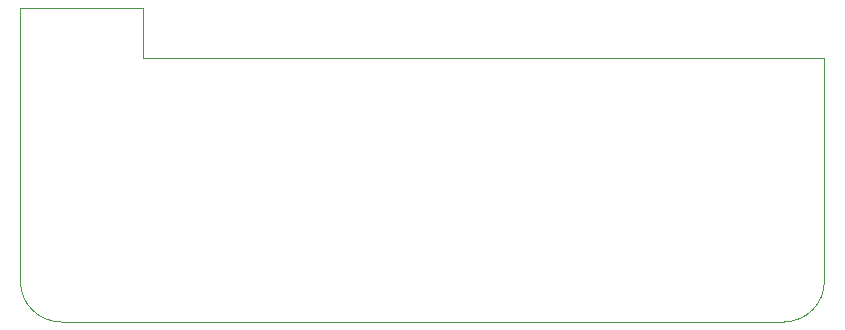
<source format=gbr>
%TF.GenerationSoftware,KiCad,Pcbnew,(5.1.12)-1*%
%TF.CreationDate,2022-03-08T20:47:42+00:00*%
%TF.ProjectId,RGBtoHDMI CDTV v2 - Daughter Board,52474274-6f48-4444-9d49-204344545620,1*%
%TF.SameCoordinates,Original*%
%TF.FileFunction,Profile,NP*%
%FSLAX46Y46*%
G04 Gerber Fmt 4.6, Leading zero omitted, Abs format (unit mm)*
G04 Created by KiCad (PCBNEW (5.1.12)-1) date 2022-03-08 20:47:42*
%MOMM*%
%LPD*%
G01*
G04 APERTURE LIST*
%TA.AperFunction,Profile*%
%ADD10C,0.050000*%
%TD*%
G04 APERTURE END LIST*
D10*
X76190000Y-59586000D02*
X86604000Y-59586000D01*
X86604000Y-63824000D02*
X144262000Y-63824000D01*
X79619000Y-86176000D02*
G75*
G02*
X76190000Y-82747000I0J3429000D01*
G01*
X144262000Y-82747000D02*
G75*
G02*
X140833000Y-86176000I-3429000J0D01*
G01*
X86604000Y-59586000D02*
X86604000Y-63824000D01*
X76190000Y-82747000D02*
X76190000Y-59586000D01*
X140833000Y-86176000D02*
X79619000Y-86176000D01*
X144262000Y-63824000D02*
X144262000Y-82747000D01*
M02*

</source>
